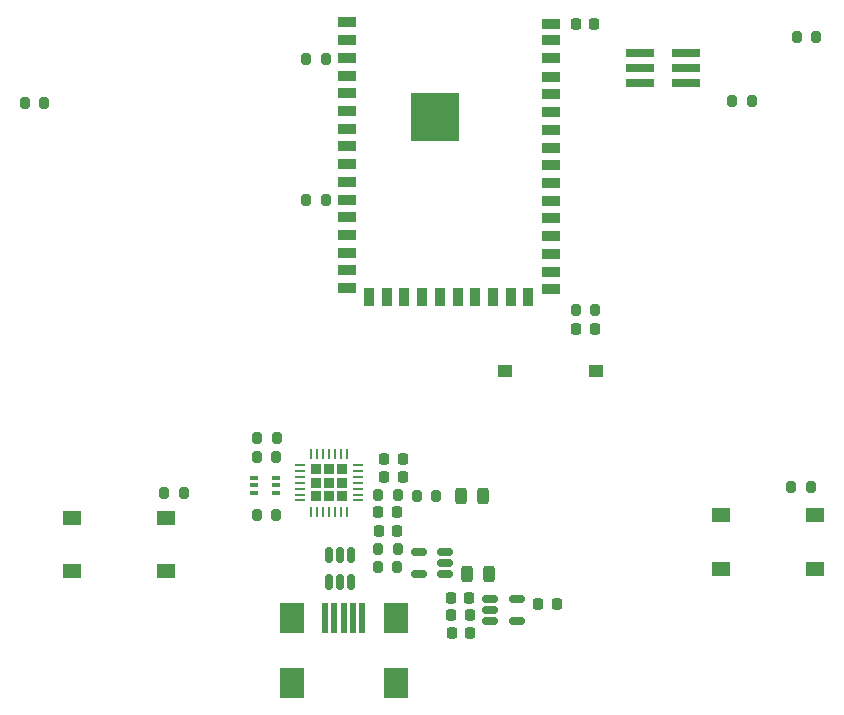
<source format=gbr>
%TF.GenerationSoftware,KiCad,Pcbnew,8.0.6*%
%TF.CreationDate,2025-02-26T11:59:32+01:00*%
%TF.ProjectId,CONTROL WIFI ESP32 S3 V4.0,434f4e54-524f-44c2-9057-494649204553,rev?*%
%TF.SameCoordinates,Original*%
%TF.FileFunction,Paste,Top*%
%TF.FilePolarity,Positive*%
%FSLAX46Y46*%
G04 Gerber Fmt 4.6, Leading zero omitted, Abs format (unit mm)*
G04 Created by KiCad (PCBNEW 8.0.6) date 2025-02-26 11:59:32*
%MOMM*%
%LPD*%
G01*
G04 APERTURE LIST*
G04 Aperture macros list*
%AMRoundRect*
0 Rectangle with rounded corners*
0 $1 Rounding radius*
0 $2 $3 $4 $5 $6 $7 $8 $9 X,Y pos of 4 corners*
0 Add a 4 corners polygon primitive as box body*
4,1,4,$2,$3,$4,$5,$6,$7,$8,$9,$2,$3,0*
0 Add four circle primitives for the rounded corners*
1,1,$1+$1,$2,$3*
1,1,$1+$1,$4,$5*
1,1,$1+$1,$6,$7*
1,1,$1+$1,$8,$9*
0 Add four rect primitives between the rounded corners*
20,1,$1+$1,$2,$3,$4,$5,0*
20,1,$1+$1,$4,$5,$6,$7,0*
20,1,$1+$1,$6,$7,$8,$9,0*
20,1,$1+$1,$8,$9,$2,$3,0*%
G04 Aperture macros list end*
%ADD10RoundRect,0.200000X0.200000X0.275000X-0.200000X0.275000X-0.200000X-0.275000X0.200000X-0.275000X0*%
%ADD11RoundRect,0.100000X-0.225000X-0.100000X0.225000X-0.100000X0.225000X0.100000X-0.225000X0.100000X0*%
%ADD12R,1.550000X1.300000*%
%ADD13RoundRect,0.150000X0.512500X0.150000X-0.512500X0.150000X-0.512500X-0.150000X0.512500X-0.150000X0*%
%ADD14RoundRect,0.225000X0.225000X0.250000X-0.225000X0.250000X-0.225000X-0.250000X0.225000X-0.250000X0*%
%ADD15R,1.500000X0.900000*%
%ADD16R,0.900000X1.500000*%
%ADD17R,4.100000X4.100000*%
%ADD18RoundRect,0.243750X-0.243750X-0.456250X0.243750X-0.456250X0.243750X0.456250X-0.243750X0.456250X0*%
%ADD19RoundRect,0.243750X0.243750X0.456250X-0.243750X0.456250X-0.243750X-0.456250X0.243750X-0.456250X0*%
%ADD20RoundRect,0.218750X0.218750X0.256250X-0.218750X0.256250X-0.218750X-0.256250X0.218750X-0.256250X0*%
%ADD21RoundRect,0.200000X-0.200000X-0.275000X0.200000X-0.275000X0.200000X0.275000X-0.200000X0.275000X0*%
%ADD22RoundRect,0.225000X-0.225000X-0.250000X0.225000X-0.250000X0.225000X0.250000X-0.225000X0.250000X0*%
%ADD23R,0.500000X2.500000*%
%ADD24R,2.000000X2.500000*%
%ADD25RoundRect,0.150000X-0.512500X-0.150000X0.512500X-0.150000X0.512500X0.150000X-0.512500X0.150000X0*%
%ADD26R,1.250000X1.000000*%
%ADD27RoundRect,0.225000X0.225000X-0.225000X0.225000X0.225000X-0.225000X0.225000X-0.225000X-0.225000X0*%
%ADD28RoundRect,0.062500X0.062500X-0.337500X0.062500X0.337500X-0.062500X0.337500X-0.062500X-0.337500X0*%
%ADD29RoundRect,0.062500X0.337500X-0.062500X0.337500X0.062500X-0.337500X0.062500X-0.337500X-0.062500X0*%
%ADD30RoundRect,0.150000X0.150000X-0.512500X0.150000X0.512500X-0.150000X0.512500X-0.150000X-0.512500X0*%
%ADD31R,2.400000X0.740000*%
G04 APERTURE END LIST*
D10*
%TO.C,R13*%
X59087500Y-119300000D03*
X57437500Y-119300000D03*
%TD*%
D11*
%TO.C,Q1*%
X57217500Y-121075000D03*
X57217500Y-121725000D03*
X57217500Y-122375000D03*
X59117500Y-122375000D03*
X59117500Y-121725000D03*
X59117500Y-121075000D03*
%TD*%
D12*
%TO.C,SW5*%
X96770000Y-124265000D03*
X104730000Y-124265000D03*
X96770000Y-128765000D03*
X104730000Y-128765000D03*
%TD*%
D13*
%TO.C,U2*%
X73425000Y-129250000D03*
X73425000Y-128300000D03*
X73425000Y-127350000D03*
X71150000Y-127350000D03*
X71150000Y-129250000D03*
%TD*%
D10*
%TO.C,R2*%
X69350000Y-128600000D03*
X67700000Y-128600000D03*
%TD*%
D14*
%TO.C,C3*%
X69300000Y-124000000D03*
X67750000Y-124000000D03*
%TD*%
D15*
%TO.C,U8*%
X65075000Y-82525000D03*
X65075000Y-84025000D03*
X65075000Y-85525000D03*
X65075000Y-87025000D03*
X65075000Y-88525000D03*
X65075000Y-90025000D03*
X65075000Y-91525000D03*
X65075000Y-93025000D03*
X65075000Y-94525000D03*
X65075000Y-96025000D03*
X65075000Y-97525000D03*
X65075000Y-99025000D03*
X65075000Y-100525000D03*
X65075000Y-102025000D03*
X65075000Y-103525000D03*
X65075000Y-105025000D03*
D16*
X66950000Y-105775000D03*
X68450000Y-105775000D03*
X69950000Y-105775000D03*
X71450000Y-105775000D03*
X72950000Y-105775000D03*
X74450000Y-105775000D03*
X75950000Y-105775000D03*
X77450000Y-105775000D03*
X78950000Y-105775000D03*
X80450000Y-105775000D03*
D15*
X82325000Y-105125000D03*
X82325000Y-103625000D03*
X82325000Y-102125000D03*
X82325000Y-100625000D03*
X82325000Y-99125000D03*
X82325000Y-97625000D03*
X82325000Y-96125000D03*
X82325000Y-94625000D03*
X82325000Y-93125000D03*
X82325000Y-91625000D03*
X82325000Y-90125000D03*
X82325000Y-88625000D03*
X82325000Y-87125000D03*
X82325000Y-85525000D03*
X82325000Y-84025000D03*
X82325000Y-82625000D03*
D17*
X72510000Y-90565000D03*
%TD*%
D18*
%TO.C,D2*%
X75225000Y-129200000D03*
X77100000Y-129200000D03*
%TD*%
D10*
%TO.C,R3*%
X63275000Y-97550000D03*
X61625000Y-97550000D03*
%TD*%
D19*
%TO.C,D1*%
X76600000Y-122650000D03*
X74725000Y-122650000D03*
%TD*%
D20*
%TO.C,FB1*%
X75475000Y-132740000D03*
X73900000Y-132740000D03*
%TD*%
D21*
%TO.C,R7*%
X84475000Y-106900000D03*
X86125000Y-106900000D03*
%TD*%
D22*
%TO.C,C1*%
X84475000Y-82700000D03*
X86025000Y-82700000D03*
%TD*%
D14*
%TO.C,C10*%
X86050000Y-108450000D03*
X84500000Y-108450000D03*
%TD*%
D21*
%TO.C,R5*%
X57500000Y-117700000D03*
X59150000Y-117700000D03*
%TD*%
%TO.C,R12*%
X57437500Y-124200000D03*
X59087500Y-124200000D03*
%TD*%
D23*
%TO.C,J3*%
X63200000Y-132975000D03*
X64000000Y-132975000D03*
X64800000Y-132975000D03*
X65600000Y-132975000D03*
X66400000Y-132975000D03*
D24*
X60400000Y-132975000D03*
X60400000Y-138475000D03*
X69200000Y-132975000D03*
X69200000Y-138475000D03*
%TD*%
D25*
%TO.C,U7*%
X77187500Y-131350000D03*
X77187500Y-132300000D03*
X77187500Y-133250000D03*
X79462500Y-133250000D03*
X79462500Y-131350000D03*
%TD*%
D21*
%TO.C,R15*%
X97687500Y-89200000D03*
X99337500Y-89200000D03*
%TD*%
%TO.C,R14*%
X61650000Y-85600000D03*
X63300000Y-85600000D03*
%TD*%
D22*
%TO.C,C4*%
X68250000Y-121000000D03*
X69800000Y-121000000D03*
%TD*%
D21*
%TO.C,R8*%
X103175000Y-83800000D03*
X104825000Y-83800000D03*
%TD*%
D10*
%TO.C,R9*%
X39462500Y-89350000D03*
X37812500Y-89350000D03*
%TD*%
D26*
%TO.C,BT3*%
X78425000Y-112000000D03*
X86175000Y-112000000D03*
%TD*%
D22*
%TO.C,C5*%
X73900000Y-131240000D03*
X75450000Y-131240000D03*
%TD*%
D14*
%TO.C,C2*%
X69800000Y-119500000D03*
X68250000Y-119500000D03*
%TD*%
D27*
%TO.C,U6*%
X62430000Y-122620000D03*
X63550000Y-122620000D03*
X64670000Y-122620000D03*
X62430000Y-121500000D03*
X63550000Y-121500000D03*
X64670000Y-121500000D03*
X62430000Y-120380000D03*
X63550000Y-120380000D03*
X64670000Y-120380000D03*
D28*
X62050000Y-123950000D03*
X62550000Y-123950000D03*
X63050000Y-123950000D03*
X63550000Y-123950000D03*
X64050000Y-123950000D03*
X64550000Y-123950000D03*
X65050000Y-123950000D03*
D29*
X66000000Y-123000000D03*
X66000000Y-122500000D03*
X66000000Y-122000000D03*
X66000000Y-121500000D03*
X66000000Y-121000000D03*
X66000000Y-120500000D03*
X66000000Y-120000000D03*
D28*
X65050000Y-119050000D03*
X64550000Y-119050000D03*
X64050000Y-119050000D03*
X63550000Y-119050000D03*
X63050000Y-119050000D03*
X62550000Y-119050000D03*
X62050000Y-119050000D03*
D29*
X61100000Y-120000000D03*
X61100000Y-120500000D03*
X61100000Y-121000000D03*
X61100000Y-121500000D03*
X61100000Y-122000000D03*
X61100000Y-122500000D03*
X61100000Y-123000000D03*
%TD*%
D12*
%TO.C,SW4*%
X41770000Y-124500000D03*
X49730000Y-124500000D03*
X41770000Y-129000000D03*
X49730000Y-129000000D03*
%TD*%
D14*
%TO.C,C8*%
X69350000Y-125550000D03*
X67800000Y-125550000D03*
%TD*%
D21*
%TO.C,R1*%
X70975000Y-122650000D03*
X72625000Y-122650000D03*
%TD*%
%TO.C,R11*%
X102700000Y-121850000D03*
X104350000Y-121850000D03*
%TD*%
D14*
%TO.C,C6*%
X75500000Y-134250000D03*
X73950000Y-134250000D03*
%TD*%
D22*
%TO.C,C7*%
X81300000Y-131800000D03*
X82850000Y-131800000D03*
%TD*%
D10*
%TO.C,R10*%
X51250000Y-122350000D03*
X49600000Y-122350000D03*
%TD*%
D30*
%TO.C,U1*%
X63550000Y-129937500D03*
X64500000Y-129937500D03*
X65450000Y-129937500D03*
X65450000Y-127662500D03*
X64500000Y-127662500D03*
X63550000Y-127662500D03*
%TD*%
D10*
%TO.C,R6*%
X69400000Y-122500000D03*
X67750000Y-122500000D03*
%TD*%
%TO.C,R4*%
X69375000Y-127100000D03*
X67725000Y-127100000D03*
%TD*%
D31*
%TO.C,J1*%
X89900000Y-85100000D03*
X93800000Y-85100000D03*
X89900000Y-86370000D03*
X93800000Y-86370000D03*
X89900000Y-87640000D03*
X93800000Y-87640000D03*
%TD*%
M02*

</source>
